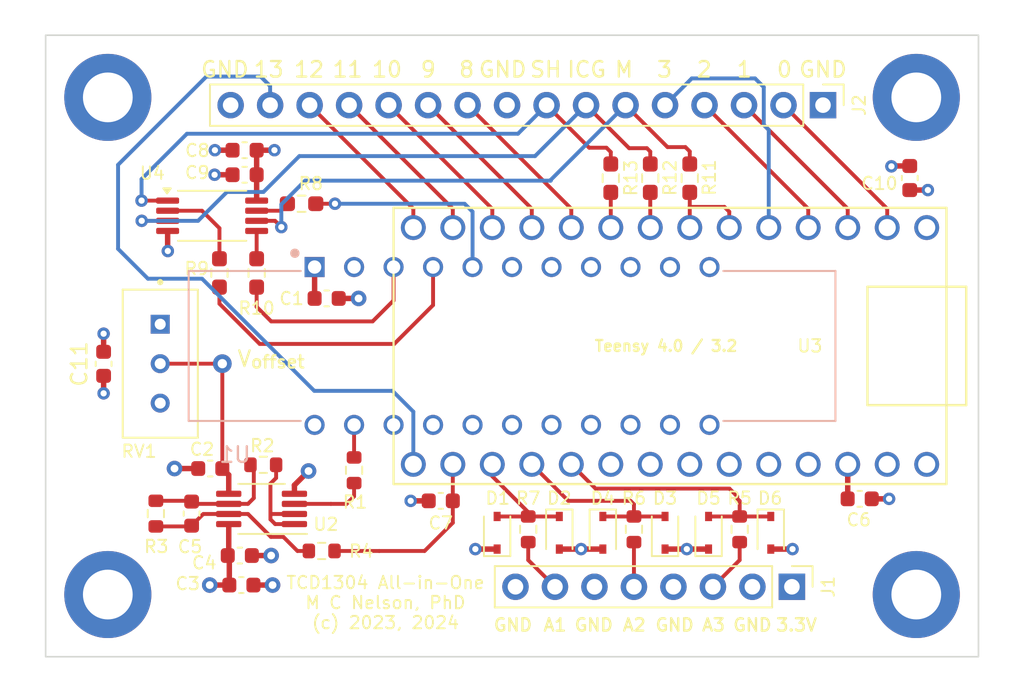
<source format=kicad_pcb>
(kicad_pcb (version 20240108) (generator "pcbnew") (generator_version "8.0")
  (layers (0 "F.Cu" signal) (1 "In1.Cu" signal) (2 "In2.Cu" signal) (31 "B.Cu" signal) (34 "B.Paste" user) (35 "F.Paste" user) (36 "B.SilkS" user "B.Silkscreen") (37 "F.SilkS" user "F.Silkscreen") (38 "B.Mask" user) (39 "F.Mask" user) (44 "Edge.Cuts" user))
  (net 0 "")
  (net 1 "+3.3V")
  (net 2 "Earth")
  (net 3 "Net-(U2-+IN2)")
  (net 4 "Net-(U2-OUT2)")
  (net 5 "Net-(U2--IN2)")
  (net 6 "Net-(U3-14_A0_TX3_SPDIF_OUT)")
  (net 7 "Net-(D1-A)")
  (net 8 "Net-(D3-A)")
  (net 9 "Net-(D5-A)")
  (net 10 "Net-(J1-Pin_5)")
  (net 11 "Net-(J1-Pin_7)")
  (net 12 "Net-(J1-Pin_3)")
  (net 13 "Net-(J2-Pin_7)")
  (net 14 "Net-(J2-Pin_6)")
  (net 15 "Net-(J2-Pin_5)")
  (net 16 "Net-(J2-Pin_15)")
  (net 17 "Net-(J2-Pin_4)")
  (net 18 "Net-(J2-Pin_10)")
  (net 19 "Net-(J2-Pin_3)")
  (net 20 "Net-(J2-Pin_11)")
  (net 21 "Net-(J2-Pin_8)")
  (net 22 "Net-(J2-Pin_14)")
  (net 23 "Net-(J2-Pin_13)")
  (net 24 "Net-(J2-Pin_12)")
  (net 25 "Net-(J2-Pin_2)")
  (net 26 "Net-(U1-OS)")
  (net 27 "Net-(U2-+IN1)")
  (net 28 "Net-(U2--IN1)")
  (net 29 "Net-(R8-Pad1)")
  (net 30 "Net-(R9-Pad1)")
  (net 31 "Net-(R10-Pad1)")
  (net 32 "Net-(U3-4_BCLK2)")
  (net 33 "Net-(U3-6_OUT1D)")
  (net 34 "Net-(U3-7_RX2_OUT1A)")
  (net 42 "Net-(U1-SH)")
  (net 43 "Net-(U1-M)")
  (net 44 "Net-(U1-ICG)")
  (footprint "Diode_SMD:D_SOD-323" (layer "F.Cu") (at 149.04 112.025 90)
    (property "Reference" "D1" (at 2.225 0.04 180) (layer "F.SilkS") (effects (font (size 0.8 0.8) (thickness 0.12))))
    (property "Value" "D_Schottky" (hide yes))
    (pad "1" smd rect (at -1.05 0 90) (size 0.6 0.45) (layers "F.Cu" "F.Paste" "F.Mask") (net 1 "+3.3V"))
    (pad "2" smd rect (at 1.05 0 90) (size 0.6 0.45) (layers "F.Cu" "F.Paste" "F.Mask") (net 7 "Net-(D1-A)"))
  )
  (footprint "Diode_SMD:D_SOD-323" (layer "F.Cu") (at 162.64 112.025 90)
    (property "Reference" "D5" (at 2.225 0 180) (layer "F.SilkS") (effects (font (size 0.8 0.8) (thickness 0.12))))
    (property "Value" "D_Schottky")
    (pad "1" smd rect (at -1.05 0 90) (size 0.6 0.45) (layers "F.Cu" "F.Paste" "F.Mask") (net 1 "+3.3V"))
    (pad "2" smd rect (at 1.05 0 90) (size 0.6 0.45) (layers "F.Cu" "F.Paste" "F.Mask") (net 9 "Net-(D5-A)"))
  )
  (footprint "Resistor_SMD:R_0603_1608Metric_Pad0.98x0.95mm_HandSolder" (layer "F.Cu") (at 133.5725 95.3 -90)
    (property "Reference" "R10" (at 2.27 0.0025 180) (layer "F.SilkS") (effects (font (size 0.8 0.8) (thickness 0.12))))
    (property "Value" "150")
    (pad "1" smd roundrect (at -0.9125 0 270) (size 0.975 0.95) (layers "F.Cu" "F.Paste" "F.Mask") (net 31 "Net-(R10-Pad1)"))
    (pad "2" smd roundrect (at 0.9125 0 270) (size 0.975 0.95) (layers "F.Cu" "F.Paste" "F.Mask") (net 44 "Net-(U1-ICG)"))
  )
  (footprint "Resistor_SMD:R_0603_1608Metric" (layer "F.Cu") (at 164.64 111.8 90)
    (property "Reference" "R5" (at 2 0 180) (layer "F.SilkS") (effects (font (size 0.8 0.8) (thickness 0.12))))
    (property "Value" "300R")
    (pad "1" smd roundrect (at -0.825 0 90) (size 0.8 0.95) (layers "F.Cu" "F.Paste" "F.Mask") (net 12 "Net-(J1-Pin_3)"))
    (pad "2" smd roundrect (at 0.825 0 90) (size 0.8 0.95) (layers "F.Cu" "F.Paste" "F.Mask") (net 9 "Net-(D5-A)"))
  )
  (footprint "Capacitor_SMD:C_0603_1608Metric" (layer "F.Cu") (at 145.415 109.97 180)
    (property "Reference" "C7" (at 0 -1.43 0) (layer "F.SilkS") (effects (font (size 0.8 0.8) (thickness 0.12))))
    (property "Value" "68p")
    (pad "1" smd roundrect (at -0.775 0 180) (size 0.9 0.95) (layers "F.Cu" "F.Paste" "F.Mask") (net 6 "Net-(U3-14_A0_TX3_SPDIF_OUT)"))
    (pad "2" smd roundrect (at 0.775 0 180) (size 0.9 0.95) (layers "F.Cu" "F.Paste" "F.Mask") (net 2 "Earth"))
  )
  (footprint "MountingHole:MountingHole_3.2mm_M3_DIN965_Pad" (layer "F.Cu") (at 124 116)
    (property "Reference" "H3" (hide yes))
    (property "Value" "MountingHole_Pad")
    (pad "1" thru_hole circle (at 0 0) (size 5.6 5.6) (drill 3.2) (layers "*.Cu" "*.Mask") (net 2 "Earth"))
  )
  (footprint "Resistor_SMD:R_0603_1608Metric_Pad0.98x0.95mm_HandSolder" (layer "F.Cu") (at 156.35 89.2 -90)
    (property "Reference" "R13" (at -0.01 -1.29 90) (layer "F.SilkS") (effects (font (size 0.8 0.8) (thickness 0.12))))
    (property "Value" "50")
    (pad "1" smd roundrect (at -0.9125 0 270) (size 0.975 0.95) (layers "F.Cu" "F.Paste" "F.Mask") (net 21 "Net-(J2-Pin_8)"))
    (pad "2" smd roundrect (at 0.9125 0 270) (size 0.975 0.95) (layers "F.Cu" "F.Paste" "F.Mask") (net 34 "Net-(U3-7_RX2_OUT1A)"))
  )
  (footprint "Capacitor_SMD:C_0603_1608Metric" (layer "F.Cu") (at 172.36 109.84)
    (property "Reference" "C6" (at -0.06 1.35 0) (layer "F.SilkS") (effects (font (size 0.8 0.8) (thickness 0.12))))
    (property "Value" "10uF")
    (pad "1" smd roundrect (at -0.775 0) (size 0.9 0.95) (layers "F.Cu" "F.Paste" "F.Mask") (net 1 "+3.3V"))
    (pad "2" smd roundrect (at 0.775 0) (size 0.9 0.95) (layers "F.Cu" "F.Paste" "F.Mask") (net 2 "Earth"))
  )
  (footprint "Resistor_SMD:R_0603_1608Metric" (layer "F.Cu") (at 151.04 111.8 90)
    (property "Reference" "R7" (at 2 0 180) (layer "F.SilkS") (effects (font (size 0.8 0.8) (thickness 0.12))))
    (property "Value" "300R" (hide yes))
    (pad "1" smd roundrect (at -0.825 0 90) (size 0.8 0.95) (layers "F.Cu" "F.Paste" "F.Mask") (net 11 "Net-(J1-Pin_7)"))
    (pad "2" smd roundrect (at 0.825 0 90) (size 0.8 0.95) (layers "F.Cu" "F.Paste" "F.Mask") (net 7 "Net-(D1-A)"))
  )
  (footprint "Resistor_SMD:R_0603_1608Metric_Pad0.98x0.95mm_HandSolder" (layer "F.Cu") (at 158.89 89.2 -90)
    (property "Reference" "R12" (at -0.0225 -1.27 90) (layer "F.SilkS") (effects (font (size 0.8 0.8) (thickness 0.12))))
    (property "Value" "50")
    (pad "1" smd roundrect (at -0.9125 0 270) (size 0.975 0.95) (layers "F.Cu" "F.Paste" "F.Mask") (net 13 "Net-(J2-Pin_7)"))
    (pad "2" smd roundrect (at 0.9125 0 270) (size 0.975 0.95) (layers "F.Cu" "F.Paste" "F.Mask") (net 33 "Net-(U3-6_OUT1D)"))
  )
  (footprint "MountingHole:MountingHole_3.2mm_M3_DIN965_Pad" (layer "F.Cu") (at 124 84)
    (property "Reference" "H2" (hide yes))
    (property "Value" "MountingHole_Pad")
    (pad "1" thru_hole circle (at 0 0) (size 5.6 5.6) (drill 3.2) (layers "*.Cu" "*.Mask") (net 2 "Earth"))
  )
  (footprint "BournsTrimPot_3296W-1-502LF:TRIM_3296W-1-502LF" (layer "F.Cu") (at 127.37 101.14 -90)
    (property "Reference" "RV1" (at 5.64 1.36 0) (layer "F.SilkS") (effects (font (size 0.8 0.8) (thickness 0.12))))
    (property "Value" "10K")
    (pad "1" thru_hole rect (at -2.54 0 270) (size 1.218 1.218) (drill 0.71) (layers "*.Cu" "*.Mask") (net 1 "+3.3V"))
    (pad "2" thru_hole circle (at 0 0 270) (size 1.218 1.218) (drill 0.71) (layers "*.Cu" "*.Mask") (net 3 "Net-(U2-+IN2)"))
    (pad "3" thru_hole circle (at 2.54 0 270) (size 1.218 1.218) (drill 0.71) (layers "*.Cu" "*.Mask") (net 2 "Earth"))
  )
  (footprint "Resistor_SMD:R_0603_1608Metric" (layer "F.Cu") (at 137.75625 113.195)
    (property "Reference" "R4" (at 2.54375 0.015 180) (layer "F.SilkS") (effects (font (size 0.8 0.8) (thickness 0.12))))
    (property "Value" "100R")
    (pad "1" smd roundrect (at -0.825 0) (size 0.8 0.95) (layers "F.Cu" "F.Paste" "F.Mask") (net 4 "Net-(U2-OUT2)"))
    (pad "2" smd roundrect (at 0.825 0) (size 0.8 0.95) (layers "F.Cu" "F.Paste" "F.Mask") (net 6 "Net-(U3-14_A0_TX3_SPDIF_OUT)"))
  )
  (footprint "teensy_footprints:Teensy40" (layer "F.Cu") (at 160.16 100 180)
    (property "Reference" "U3" (at -9 0 0) (layer "F.SilkS") (effects (font (size 0.8 0.8) (thickness 0.12))))
    (property "Value" "Teensy4.0")
    (fp_text user "Teensy 4.0 / 3.2" (at 0.254 0 180) (layer "F.SilkS") (effects (font (size 0.7 0.7))))
    (pad "1" thru_hole circle (at -16.51 7.62 180) (size 1.6 1.6) (drill 1.1) (layers "*.Cu" "*.Mask") (net 2 "Earth"))
    (pad "2" thru_hole circle (at -13.97 7.62 180) (size 1.6 1.6) (drill 1.1) (layers "*.Cu" "*.Mask") (net 25 "Net-(J2-Pin_2)"))
    (pad "3" thru_hole circle (at -11.43 7.62 180) (size 1.6 1.6) (drill 1.1) (layers "*.Cu" "*.Mask") (net 19 "Net-(J2-Pin_3)"))
    (pad "4" thru_hole circle (at -8.89 7.62 180) (size 1.6 1.6) (drill 1.1) (layers "*.Cu" "*.Mask") (net 17 "Net-(J2-Pin_4)"))
    (pad "5" thru_hole circle (at -6.35 7.62 180) (size 1.6 1.6) (drill 1.1) (layers "*.Cu" "*.Mask") (net 15 "Net-(J2-Pin_5)"))
    (pad "6" thru_hole circle (at -3.81 7.62 180) (size 1.6 1.6) (drill 1.1) (layers "*.Cu" "*.Mask") (net 32 "Net-(U3-4_BCLK2)"))
    (pad "7" thru_hole circle (at -1.27 7.62 180) (size 1.6 1.6) (drill 1.1) (layers "*.Cu" "*.Mask") (net 32 "Net-(U3-4_BCLK2)"))
    (pad "8" thru_hole circle (at 1.27 7.62 180) (size 1.6 1.6) (drill 1.1) (layers "*.Cu" "*.Mask") (net 33 "Net-(U3-6_OUT1D)"))
    (pad "9" thru_hole circle (at 3.81 7.62 180) (size 1.6 1.6) (drill 1.1) (layers "*.Cu" "*.Mask") (net 34 "Net-(U3-7_RX2_OUT1A)"))
    (pad "10" thru_hole circle (at 6.35 7.62 180) (size 1.6 1.6) (drill 1.1) (layers "*.Cu" "*.Mask") (net 18 "Net-(J2-Pin_10)"))
    (pad "11" thru_hole circle (at 8.89 7.62 180) (size 1.6 1.6) (drill 1.1) (layers "*.Cu" "*.Mask") (net 20 "Net-(J2-Pin_11)"))
    (pad "12" thru_hole circle (at 11.43 7.62 180) (size 1.6 1.6) (drill 1.1) (layers "*.Cu" "*.Mask") (net 24 "Net-(J2-Pin_12)"))
    (pad "13" thru_hole circle (at 13.97 7.62 180) (size 1.6 1.6) (drill 1.1) (layers "*.Cu" "*.Mask") (net 23 "Net-(J2-Pin_13)"))
    (pad "14" thru_hole circle (at 16.51 7.62 180) (size 1.6 1.6) (drill 1.1) (layers "*.Cu" "*.Mask") (net 22 "Net-(J2-Pin_14)"))
    (pad "20" thru_hole circle (at 16.51 -7.62 180) (size 1.6 1.6) (drill 1.1) (layers "*.Cu" "*.Mask") (net 16 "Net-(J2-Pin_15)"))
    (pad "21" thru_hole circle (at 13.97 -7.62 180) (size 1.6 1.6) (drill 1.1) (layers "*.Cu" "*.Mask") (net 6 "Net-(U3-14_A0_TX3_SPDIF_OUT)"))
    (pad "22" thru_hole circle (at 11.43 -7.62 180) (size 1.6 1.6) (drill 1.1) (layers "*.Cu" "*.Mask") (net 7 "Net-(D1-A)"))
    (pad "23" thru_hole circle (at 8.89 -7.62 180) (size 1.6 1.6) (drill 1.1) (layers "*.Cu" "*.Mask") (net 8 "Net-(D3-A)"))
    (pad "24" thru_hole circle (at 6.35 -7.62 180) (size 1.6 1.6) (drill 1.1) (layers "*.Cu" "*.Mask") (net 9 "Net-(D5-A)"))
    (pad "25" thru_hole circle (at 3.81 -7.62 180) (size 1.6 1.6) (drill 1.1) (layers "*.Cu" "*.Mask"))
    (pad "26" thru_hole circle (at 1.27 -7.62 180) (size 1.6 1.6) (drill 1.1) (layers "*.Cu" "*.Mask"))
    (pad "27" thru_hole circle (at -1.27 -7.62 180) (size 1.6 1.6) (drill 1.1) (layers "*.Cu" "*.Mask"))
    (pad "28" thru_hole circle (at -3.81 -7.62 180) (size 1.6 1.6) (drill 1.1) (layers "*.Cu" "*.Mask"))
    (pad "29" thru_hole circle (at -6.35 -7.62 180) (size 1.6 1.6) (drill 1.1) (layers "*.Cu" "*.Mask"))
    (pad "30" thru_hole circle (at -8.89 -7.62 180) (size 1.6 1.6) (drill 1.1) (layers "*.Cu" "*.Mask"))
    (pad "31" thru_hole circle (at -11.43 -7.62 180) (size 1.6 1.6) (drill 1.1) (layers "*.Cu" "*.Mask") (net 1 "+3.3V"))
    (pad "32" thru_hole circle (at -13.97 -7.62 180) (size 1.6 1.6) (drill 1.1) (layers "*.Cu" "*.Mask") (net 2 "Earth"))
    (pad "33" thru_hole circle (at -16.51 -7.62 180) (size 1.6 1.6) (drill 1.1) (layers "*.Cu" "*.Mask"))
  )
  (footprint "MountingHole:MountingHole_3.2mm_M3_DIN965_Pad" (layer "F.Cu") (at 176 84)
    (property "Reference" "H1" (hide yes))
    (property "Value" "MountingHole_Pad")
    (pad "1" thru_hole circle (at 0 0) (size 5.6 5.6) (drill 3.2) (layers "*.Cu" "*.Mask") (net 2 "Earth"))
  )
  (footprint "Package_SO:MSOP-8_3x3mm_P0.65mm" (layer "F.Cu") (at 133.89 110.49 180)
    (property "Reference" "U2" (at -4.14 -0.99 0) (layer "F.SilkS") (effects (font (size 0.8 0.8) (thickness 0.12))))
    (property "Value" "ADA4807-2ARMZ-R7")
    (pad "1" smd roundrect (at -2.1125 -0.975 180) (size 1.625 0.4) (layers "F.Cu" "F.Paste" "F.Mask") (net 28 "Net-(U2--IN1)"))
    (pad "2" smd roundrect (at -2.1125 -0.325 180) (size 1.625 0.4) (layers "F.Cu" "F.Paste" "F.Mask") (net 28 "Net-(U2--IN1)"))
    (pad "3" smd roundrect (at -2.1125 0.325 180) (size 1.625 0.4) (layers "F.Cu" "F.Paste" "F.Mask") (net 27 "Net-(U2-+IN1)"))
    (pad "4" smd roundrect (at -2.1125 0.975 180) (size 1.625 0.4) (layers "F.Cu" "F.Paste" "F.Mask") (net 2 "Earth"))
    (pad "5" smd roundrect (at 2.1125 0.975 180) (size 1.625 0.4) (layers "F.Cu" "F.Paste" "F.Mask") (net 3 "Net-(U2-+IN2)"))
    (pad "6" smd roundrect (at 2.1125 0.325 180) (size 1.625 0.4) (layers "F.Cu" "F.Paste" "F.Mask") (net 5 "Net-(U2--IN2)"))
    (pad "7" smd roundrect (at 2.1125 -0.325 180) (size 1.625 0.4) (layers "F.Cu" "F.Paste" "F.Mask") (net 4 "Net-(U2-OUT2)"))
    (pad "8" smd roundrect (at 2.1125 -0.975 180) (size 1.625 0.4) (layers "F.Cu" "F.Paste" "F.Mask") (net 1 "+3.3V"))
  )
  (footprint "Capacitor_SMD:C_0603_1608Metric" (layer "F.Cu") (at 123.73 101.15 -90)
    (property "Reference" "C11" (at 0.01 1.565 90) (layer "F.SilkS"))
    (property "Value" "10uF")
    (pad "1" smd roundrect (at -0.775 0 270) (size 0.9 0.95) (layers "F.Cu" "F.Paste" "F.Mask") (net 1 "+3.3V"))
    (pad "2" smd roundrect (at 0.775 0 270) (size 0.9 0.95) (layers "F.Cu" "F.Paste" "F.Mask") (net 2 "Earth"))
  )
  (footprint "Connector_PinHeader_2.54mm:PinHeader_1x08_P2.54mm_Vertical" (layer "F.Cu") (at 168 115.5 -90)
    (property "Reference" "J1" (at 0 -2.33 90) (layer "F.SilkS") (effects (font (size 0.8 0.8) (thickness 0.12))))
    (property "Value" "Conn_01x08_Male")
    (pad "1" thru_hole rect (at 0 0 270) (size 1.7 1.7) (drill 1) (layers "*.Cu" "*.Mask") (net 1 "+3.3V"))
    (pad "2" thru_hole oval (at 0 2.54 270) (size 1.7 1.7) (drill 1) (layers "*.Cu" "*.Mask") (net 2 "Earth"))
    (pad "3" thru_hole oval (at 0 5.08 270) (size 1.7 1.7) (drill 1) (layers "*.Cu" "*.Mask") (net 12 "Net-(J1-Pin_3)"))
    (pad "4" thru_hole oval (at 0 7.62 270) (size 1.7 1.7) (drill 1) (layers "*.Cu" "*.Mask") (net 2 "Earth"))
    (pad "5" thru_hole oval (at 0 10.16 270) (size 1.7 1.7) (drill 1) (layers "*.Cu" "*.Mask") (net 10 "Net-(J1-Pin_5)"))
    (pad "6" thru_hole oval (at 0 12.7 270) (size 1.7 1.7) (drill 1) (layers "*.Cu" "*.Mask") (net 2 "Earth"))
    (pad "7" thru_hole oval (at 0 15.24 270) (size 1.7 1.7) (drill 1) (layers "*.Cu" "*.Mask") (net 11 "Net-(J1-Pin_7)"))
    (pad "8" thru_hole oval (at 0 17.78 270) (size 1.7 1.7) (drill 1) (layers "*.Cu" "*.Mask") (net 2 "Earth"))
  )
  (footprint "Resistor_SMD:R_0603_1608Metric_Pad0.98x0.95mm_HandSolder" (layer "F.Cu") (at 131.18 95.3 -90)
    (property "Reference" "R9" (at -0.28 1.46 180) (layer "F.SilkS") (effects (font (size 0.8 0.8) (thickness 0.12))))
    (property "Value" "150")
    (pad "1" smd roundrect (at -0.9125 0 270) (size 0.975 0.95) (layers "F.Cu" "F.Paste" "F.Mask") (net 30 "Net-(R9-Pad1)"))
    (pad "2" smd roundrect (at 0.9125 0 270) (size 0.975 0.95) (layers "F.Cu" "F.Paste" "F.Mask") (net 43 "Net-(U1-M)"))
  )
  (footprint "Diode_SMD:D_SOD-323" (layer "F.Cu") (at 166.64 112.025 -90)
    (property "Reference" "D6" (at -2.225 0.04 0) (layer "F.SilkS") (effects (font (size 0.8 0.8) (thickness 0.12))))
    (property "Value" "D_Schottky")
    (pad "1" smd rect (at -1.05 0 270) (size 0.6 0.45) (layers "F.Cu" "F.Paste" "F.Mask") (net 9 "Net-(D5-A)"))
    (pad "2" smd rect (at 1.05 0 270) (size 0.6 0.45) (layers "F.Cu" "F.Paste" "F.Mask") (net 2 "Earth"))
  )
  (footprint "Capacitor_SMD:C_0603_1608Metric" (layer "F.Cu") (at 138.075 96.94)
    (property "Reference" "C1" (at -2.255 0.01 0) (layer "F.SilkS") (effects (font (size 0.8 0.8) (thickness 0.12))))
    (property "Value" "10uF")
    (pad "1" smd roundrect (at -0.775 0) (size 0.9 0.95) (layers "F.Cu" "F.Paste" "F.Mask") (net 1 "+3.3V"))
    (pad "2" smd roundrect (at 0.775 0) (size 0.9 0.95) (layers "F.Cu" "F.Paste" "F.Mask") (net 2 "Earth"))
  )
  (footprint "Diode_SMD:D_SOD-323" (layer "F.Cu") (at 153.04 112.025 -90)
    (property "Reference" "D2" (at -2.225 0 0) (layer "F.SilkS") (effects (font (size 0.8 0.8) (thickness 0.12))))
    (property "Value" "D_Schottky" (hide yes))
    (pad "1" smd rect (at -1.05 0 270) (size 0.6 0.45) (layers "F.Cu" "F.Paste" "F.Mask") (net 7 "Net-(D1-A)"))
    (pad "2" smd rect (at 1.05 0 270) (size 0.6 0.45) (layers "F.Cu" "F.Paste" "F.Mask") (net 2 "Earth"))
  )
  (footprint "Diode_SMD:D_SOD-323" (layer "F.Cu") (at 155.84 112.025 -90)
    (property "Reference" "D4" (at -2.225 0 0) (layer "F.SilkS") (effects (font (size 0.8 0.8) (thickness 0.12))))
    (property "Value" "D_Schottky")
    (pad "1" smd rect (at -1.05 0 270) (size 0.6 0.45) (layers "F.Cu" "F.Paste" "F.Mask") (net 8 "Net-(D3-A)"))
    (pad "2" smd rect (at 1.05 0 270) (size 0.6 0.45) (layers "F.Cu" "F.Paste" "F.Mask") (net 2 "Earth"))
  )
  (footprint "Resistor_SMD:R_0603_1608Metric" (layer "F.Cu") (at 134 107.65 180)
    (property "Reference" "R2" (at 0.06 1.23 0) (layer "F.SilkS") (effects (font (size 0.8 0.8) (thickness 0.12))))
    (property "Value" "499R")
    (pad "1" smd roundrect (at -0.825 0 180) (size 0.8 0.95) (layers "F.Cu" "F.Paste" "F.Mask") (net 28 "Net-(U2--IN1)"))
    (pad "2" smd roundrect (at 0.825 0 180) (size 0.8 0.95) (layers "F.Cu" "F.Paste" "F.Mask") (net 5 "Net-(U2--IN2)"))
  )
  (footprint "Capacitor_SMD:C_0603_1608Metric" (layer "F.Cu") (at 129.39 110.79 90)
    (property "Reference" "C5" (at -2.13 -0.1 180) (layer "F.SilkS") (effects (font (size 0.8 0.8) (thickness 0.12))))
    (property "Value" "2p")
    (pad "1" smd roundrect (at -0.775 0 90) (size 0.9 0.95) (layers "F.Cu" "F.Paste" "F.Mask") (net 4 "Net-(U2-OUT2)"))
    (pad "2" smd roundrect (at 0.775 0 90) (size 0.9 0.95) (layers "F.Cu" "F.Paste" "F.Mask") (net 5 "Net-(U2--IN2)"))
  )
  (footprint "Diode_SMD:D_SOD-323" (layer "F.Cu") (at 159.84 112.025 90)
    (property "Reference" "D3" (at 2.225 0 180) (layer "F.SilkS") (effects (font (size 0.8 0.8) (thickness 0.12))))
    (property "Value" "D_Schottky")
    (pad "1" smd rect (at -1.05 0 90) (size 0.6 0.45) (layers "F.Cu" "F.Paste" "F.Mask") (net 1 "+3.3V"))
    (pad "2" smd rect (at 1.05 0 90) (size 0.6 0.45) (layers "F.Cu" "F.Paste" "F.Mask") (net 8 "Net-(D3-A)"))
  )
  (footprint "Capacitor_SMD:C_0603_1608Metric" (layer "F.Cu") (at 132.49 113.49)
    (property "Reference" "C4" (at -2.29 0.47 0) (layer "F.SilkS") (effects (font (size 0.8 0.8) (thickness 0.12))))
    (property "Value" "0.1uF")
    (pad "1" smd roundrect (at -0.775 0) (size 0.9 0.95) (layers "F.Cu" "F.Paste" "F.Mask") (net 1 "+3.3V"))
    (pad "2" smd roundrect (at 0.775 0) (size 0.9 0.95) (layers "F.Cu" "F.Paste" "F.Mask") (net 2 "Earth"))
  )
  (footprint "Capacitor_SMD:C_0603_1608Metric" (layer "F.Cu") (at 130.59 107.89 180)
    (property "Reference" "C2" (at 0.53 1.24 0) (layer "F.SilkS") (effects (font (size 0.8 0.8) (thickness 0.12))))
    (property "Value" "0.1uF")
    (pad "1" smd roundrect (at -0.775 0 180) (size 0.9 0.95) (layers "F.Cu" "F.Paste" "F.Mask") (net 3 "Net-(U2-+IN2)"))
    (pad "2" smd roundrect (at 0.775 0 180) (size 0.9 0.95) (layers "F.Cu" "F.Paste" "F.Mask") (net 2 "Earth"))
  )
  (footprint "Resistor_SMD:R_0603_1608Metric" (layer "F.Cu") (at 127.09 110.79 90)
    (property "Reference" "R3" (at -2.12 0.03 180) (layer "F.SilkS") (effects (font (size 0.8 0.8) (thickness 0.12))))
    (property "Value" "2.49K")
    (pad "1" smd roundrect (at -0.825 0 90) (size 0.8 0.95) (layers "F.Cu" "F.Paste" "F.Mask") (net 4 "Net-(U2-OUT2)"))
    (pad "2" smd roundrect (at 0.825 0 90) (size 0.8 0.95) (layers "F.Cu" "F.Paste" "F.Mask") (net 5 "Net-(U2--IN2)"))
  )
  (footprint "Resistor_SMD:R_0603_1608Metric_Pad0.98x0.95mm_HandSolder" (layer "F.Cu") (at 161.43 89.2 -90)
    (property "Reference" "R11" (at -0.04 -1.26 90) (layer "F.SilkS") (effects (font (size 0.8 0.8) (thickness 0.12))))
    (property "Value" "50")
    (pad "1" smd roundrect (at -0.9125 0 270) (size 0.975 0.95) (layers "F.Cu" "F.Paste" "F.Mask") (net 14 "Net-(J2-Pin_6)"))
    (pad "2" smd roundrect (at 0.9125 0 270) (size 0.975 0.95) (layers "F.Cu" "F.Paste" "F.Mask") (net 32 "Net-(U3-4_BCLK2)"))
  )
  (footprint "Resistor_SMD:R_0603_1608Metric" (layer "F.Cu") (at 157.84 111.8 90)
    (property "Reference" "R6" (at 2 0 180) (layer "F.SilkS") (effects (font (size 0.8 0.8) (thickness 0.12))))
    (property "Value" "300R")
    (pad "1" smd roundrect (at -0.825 0 90) (size 0.8 0.95) (layers "F.Cu" "F.Paste" "F.Mask") (net 10 "Net-(J1-Pin_5)"))
    (pad "2" smd roundrect (at 0.825 0 90) (size 0.8 0.95) (layers "F.Cu" "F.Paste" "F.Mask") (net 8 "Net-(D3-A)"))
  )
  (footprint "Resistor_SMD:R_0603_1608Metric_Pad0.98x0.95mm_HandSolder" (layer "F.Cu") (at 136.4625 90.845)
    (property "Reference" "R8" (at 0.5975 -1.295 0) (layer "F.SilkS") (effects (font (size 0.8 0.8) (thickness 0.12))))
    (property "Value" "150")
    (pad "1" smd roundrect (at -0.9125 0) (size 0.975 0.95) (layers "F.Cu" "F.Paste" "F.Mask") (net 29 "Net-(R8-Pad1)"))
    (pad "2" smd roundrect (at 0.9125 0) (size 0.975 0.95) (layers "F.Cu" "F.Paste" "F.Mask") (net 42 "Net-(U1-SH)"))
  )
  (footprint "Resistor_SMD:R_0603_1608Metric" (layer "F.Cu") (at 139.84 108 -90)
    (property "Reference" "R1" (at 2.05 -0.06 180) (layer "F.SilkS") (effects (font (size 0.8 0.8) (thickness 0.12))))
    (property "Value" "100R")
    (pad "1" smd roundrect (at -0.825 0 270) (size 0.8 0.95) (layers "F.Cu" "F.Paste" "F.Mask") (net 26 "Net-(U1-OS)"))
    (pad "2" smd roundrect (at 0.825 0 270) (size 0.8 0.95) (layers "F.Cu" "F.Paste" "F.Mask") (net 27 "Net-(U2-+IN1)"))
  )
  (footprint "Capacitor_SMD:C_0603_1608Metric" (layer "F.Cu") (at 175.58 89.19 -90)
    (property "Reference" "C10" (at 0.35 1.95 180) (layer "F.SilkS") (effects (font (size 0.8 0.8) (thickness 0.12))))
    (property "Value" "10uF")
    (pad "1" smd roundrect (at -0.775 0 270) (size 0.9 0.95) (layers "F.Cu" "F.Paste" "F.Mask") (net 1 "+3.3V"))
    (pad "2" smd roundrect (at 0.775 0 270) (size 0.9 0.95) (layers "F.Cu" "F.Paste" "F.Mask") (net 2 "Earth"))
  )
  (footprint "Connector_PinHeader_2.54mm:PinHeader_1x16_P2.54mm_Vertical" (layer "F.Cu") (at 170 84.5 -90)
    (property "Reference" "J2" (at 0 -2.33 90) (layer "F.SilkS") (effects (font (size 0.8 0.8) (thickness 0.12))))
    (property "Value" "Conn_01x16_Male")
    (pad "1" thru_hole rect (at 0 0 270) (size 1.7 1.7) (drill 1) (layers "*.Cu" "*.Mask") (net 2 "Earth"))
    (pad "2" thru_hole oval (at 0 2.54 270) (size 1.7 1.7) (drill 1) (layers "*.Cu" "*.Mask") (net 25 "Net-(J2-Pin_2)"))
    (pad "3" thru_hole oval (at 0 5.08 270) (size 1.7 1.7) (drill 1) (layers "*.Cu" "*.Mask") (net 19 "Net-(J2-Pin_3)"))
    (pad "4" thru_hole oval (at 0 7.62 270) (size 1.7 1.7) (drill 1) (layers "*.Cu" "*.Mask") (net 17 "Net-(J2-Pin_4)"))
    (pad "5" thru_hole oval (at 0 10.16 270) (size 1.7 1.7) (drill 1) (layers "*.Cu" "*.Mask") (net 15 "Net-(J2-Pin_5)"))
    (pad "6" thru_hole oval (at 0 12.7 270) (size 1.7 1.7) (drill 1) (layers "*.Cu" "*.Mask") (net 14 "Net-(J2-Pin_6)"))
    (pad "7" thru_hole oval (at 0 15.24 270) (size 1.7 1.7) (drill 1) (layers "*.Cu" "*.Mask") (net 13 "Net-(J2-Pin_7)"))
    (pad "8" thru_hole oval (at 0 17.78 270) (size 1.7 1.7) (drill 1) (layers "*.Cu" "*.Mask") (net 21 "Net-(J2-Pin_8)"))
    (pad "9" thru_hole oval (at 0 20.32 270) (size 1.7 1.7) (drill 1) (layers "*.Cu" "*.Mask") (net 2 "Earth"))
    (pad "10" thru_hole oval (at 0 22.86 270) (size 1.7 1.7) (drill 1) (layers "*.Cu" "*.Mask") (net 18 "Net-(J2-Pin_10)"))
    (pad "11" thru_hole oval (at 0 25.4 270) (size 1.7 1.7) (drill 1) (layers "*.Cu" "*.Mask") (net 20 "Net-(J2-Pin_11)"))
    (pad "12" thru_hole oval (at 0 27.94 270) (size 1.7 1.7) (drill 1) (layers "*.Cu" "*.Mask") (net 24 "Net-(J2-Pin_12)"))
    (pad "13" thru_hole oval (at 0 30.48 270) (size 1.7 1.7) (drill 1) (layers "*.Cu" "*.Mask") (net 23 "Net-(J2-Pin_13)"))
    (pad "14" thru_hole oval (at 0 33.02 270) (size 1.7 1.7) (drill 1) (layers "*.Cu" "*.Mask") (net 22 "Net-(J2-Pin_14)"))
    (pad "15" thru_hole oval (at 0 35.56 270) (size 1.7 1.7) (drill 1) (layers "*.Cu" "*.Mask") (net 16 "Net-(J2-Pin_15)"))
    (pad "16" thru_hole oval (at 0 38.1 270) (size 1.7 1.7) (drill 1) (layers "*.Cu" "*.Mask") (net 2 "Earth"))
  )
  (footprint "MountingHole:MountingHole_3.2mm_M3_DIN965_Pad" (layer "F.Cu") (at 176 116)
    (property "Reference" "H4" (hide yes))
    (property "Value" "MountingHole_Pad")
    (pad "1" thru_hole circle (at 0 0) (size 5.6 5.6) (drill 3.2) (layers "*.Cu" "*.Mask") (net 2 "Earth"))
  )
  (footprint "Capacitor_SMD:C_0603_1608Metric" (layer "F.Cu") (at 132.7975 88.98 180)
    (property "Reference" "C9" (at 3.0475 0.14 0) (layer "F.SilkS") (effects (font (size 0.8 0.8) (thickness 0.12))))
    (property "Value" "0.1uF")
    (pad "1" smd roundrect (at -0.775 0 180) (size 0.9 0.95) (layers "F.Cu" "F.Paste" "F.Mask") (net 1 "+3.3V"))
    (pad "2" smd roundrect (at 0.775 0 180) (size 0.9 0.95) (layers "F.Cu" "F.Paste" "F.Mask") (net 2 "Earth"))
  )
  (footprint "Capacitor_SMD:C_0603_1608Metric" (layer "F.Cu") (at 132.59 115.39)
    (property "Reference" "C3" (at -3.45 -0.09 0) (layer "F.SilkS") (effects (font (size 0.8 0.8) (thickness 0.12))))
    (property "Value" "10uF")
    (pad "1" smd roundrect (at -0.775 0) (size 0.9 0.95) (layers "F.Cu" "F.Paste" "F.Mask") (net 1 "+3.3V"))
    (pad "2" smd roundrect (at 0.775 0) (size 0.9 0.95) (layers "F.Cu" "F.Paste" "F.Mask") (net 2 "Earth"))
  )
  (footprint "Package_SO:TSSOP-8_4.4x3mm_P0.65mm" (layer "F.Cu") (at 130.71 91.62)
    (property "Reference" "U4" (at -3.85 -2.74 0) (layer "F.SilkS") (effects (font (size 0.8 0.8) (thickness 0.12))))
    (property "Value" "74LVC3G34")
    (pad "1" smd roundrect (at -2.8625 -0.975) (size 1.475 0.4) (layers "F.Cu" "F.Paste" "F.Mask") (net 21 "Net-(J2-Pin_8)"))
    (pad "2" smd roundrect (at -2.8625 -0.325) (size 1.475 0.4) (layers "F.Cu" "F.Paste" "F.Mask") (net 30 "Net-(R9-Pad1)"))
    (pad "3" smd roundrect (at -2.8625 0.325) (size 1.475 0.4) (layers "F.Cu" "F.Paste" "F.Mask") (net 13 "Net-(J2-Pin_7)"))
    (pad "4" smd roundrect (at -2.8625 0.975) (size 1.475 0.4) (layers "F.Cu" "F.Paste" "F.Mask") (net 2 "Earth"))
    (pad "5" smd roundrect (at 2.8625 0.975) (size 1.475 0.4) (layers "F.Cu" "F.Paste" "F.Mask") (net 31 "Net-(R10-Pad1)"))
    (pad "6" smd roundrect (at 2.8625 0.325) (size 1.475 0.4) (layers "F.Cu" "F.Paste" "F.Mask") (net 14 "Net-(J2-Pin_6)"))
    (pad "7" smd roundrect (at 2.8625 -0.325) (size 1.475 0.4) (layers "F.Cu" "F.Paste" "F.Mask") (net 29 "Net-(R8-Pad1)"))
    (pad "8" smd roundrect (at 2.8625 -0.975) (size 1.475 0.4) (layers "F.Cu" "F.Paste" "F.Mask") (net 1 "+3.3V"))
  )
  (footprint "Capacitor_SMD:C_0603_1608Metric" (layer "F.Cu") (at 132.7975 87.4 180)
    (property "Reference" "C8" (at 3.0375 -0.02 0) (layer "F.SilkS") (effects (font (size 0.8 0.8) (thickness 0.12))))
    (property "Value" "10uF")
    (pad "1" smd roundrect (at -0.775 0 180) (size 0.9 0.95) (layers "F.Cu" "F.Paste" "F.Mask") (net 1 "+3.3V"))
    (pad "2" smd roundrect (at 0.775 0 180) (size 0.9 0.95) (layers "F.Cu" "F.Paste" "F.Mask") (net 2 "Earth"))
  )
  (footprint "TCD1304:DIP1016W47P254L4210H372Q22" (layer "B.Cu") (at 150 100)
    (property "Reference" "U1" (at -17.82405 7.00228 180) (layer "B.SilkS") (effects (font (size 1.002472 1.002472)) (justify mirror)))
    (property "Value" "TCD1304AP")
    (pad "1" thru_hole rect (at -12.7 -5.08) (size 1.29 1.29) (drill 0.86) (layers "*.Cu" "*.Mask") (net 1 "+3.3V"))
    (pad "2" thru_hole circle (at -10.16 -5.08) (size 1.29 1.29) (drill 0.86) (layers "*.Cu" "*.Mask") (net 1 "+3.3V"))
    (pad "3" thru_hole circle (at -7.62 -5.08) (size 1.29 1.29) (drill 0.86) (layers "*.Cu" "*.Mask") (net 44 "Net-(U1-ICG)"))
    (pad "4" thru_hole circle (at -5.08 -5.08) (size 1.29 1.29) (drill 0.86) (layers "*.Cu" "*.Mask") (net 43 "Net-(U1-M)"))
    (pad "5" thru_hole circle (at -2.54 -5.08) (size 1.29 1.29) (drill 0.86) (layers "*.Cu" "*.Mask") (net 42 "Net-(U1-SH)"))
    (pad "6" thru_hole circle (at 0 -5.08) (size 1.29 1.29) (drill 0.86) (layers "*.Cu" "*.Mask"))
    (pad "7" thru_hole circle (at 2.54 -5.08) (size 1.29 1.29) (drill 0.86) (layers "*.Cu" "*.Mask"))
    (pad "8" thru_hole circle (at 5.08 -5.08) (size 1.29 1.29) (drill 0.86) (layers "*.Cu" "*.Mask"))
    (pad "9" thru_hole circle (at 7.62 -5.08) (size 1.29 1.29) (drill 0.86) (layers "*.Cu" "*.Mask"))
    (pad "10" thru_hole circle (at 10.16 -5.08) (size 1.29 1.29) (drill 0.86) (layers "*.Cu" "*.Mask"))
    (pad "11" thru_hole circle (at 12.7 -5.08) (size 1.29 1.29) (drill 0.86) (layers "*.Cu" "*.Mask"))
    (pad "12" thru_hole circle (at 12.7 5.08) (size 1.29 1.29) (drill 0.86) (layers "*.Cu" "*.Mask"))
    (pad "13" thru_hole circle (at 10.16 5.08) (size 1.29 1.29) (drill 0.86) (layers "*.Cu" "*.Mask"))
    (pad "14" thru_hole circle (at 7.62 5.08) (size 1.29 1.29) (drill 0.86) (layers "*.Cu" "*.Mask"))
    (pad "15" thru_hole circle (at 5.08 5.08) (size 1.29 1.29) (drill 0.86) (layers "*.Cu" "*.Mask"))
    (pad "16" thru_hole circle (at 2.54 5.08) (size 1.29 1.29) (drill 0.86) (layers "*.Cu" "*.Mask"))
    (pad "17" thru_hole circle (at 0 5.08) (size 1.29 1.29) (drill 0.86) (layers "*.Cu" "*.Mask"))
    (pad "18" thru_hole circle (at -2.54 5.08) (size 1.29 1.29) (drill 0.86) (layers "*.Cu" "*.Mask"))
    (pad "19" thru_hole circle (at -5.08 5.08) (size 1.29 1.29) (drill 0.86) (layers "*.Cu" "*.Mask"))
    (pad "20" thru_hole circle (at -7.62 5.08) (size 1.29 1.29) (drill 0.86) (layers "*.Cu" "*.Mask"))
    (pad "21" thru_hole circle (at -10.16 5.08) (size 1.29 1.29) (drill 0.86) (layers "*.Cu" "*.Mask") (net 26 "Net-(U1-OS)"))
    (pad "22" thru_hole circle (at -12.7 5.08) (size 1.29 1.29) (drill 0.86) (layers "*.Cu" "*.Mask") (net 2 "Earth"))
  )
  (gr_rect (start 120 80) (end 180 120) (stroke (width 0.1)) (fill none) (layer "Edge.Cuts"))
  (gr_text "3.3V" (at 168.3 117.96 0) (layer "F.SilkS") (effects (font (size 0.8 0.8))))
  (gr_text "GND" (at 165.46 117.96 0) (layer "F.SilkS") (effects (font (size 0.8 0.8))))
  (gr_text "GND" (at 131.53 82.79 0) (layer "F.SilkS") (effects (font (size 1 1)) (justify bottom)))
  (gr_text "M" (at 157.2 82.79 0) (layer "F.SilkS") (effects (font (size 1 1)) (justify bottom)))
  (gr_text "GND" (at 155.26 117.96 0) (layer "F.SilkS") (effects (font (size 0.8 0.8))))
  (gr_text "9" (at 144.61 82.79 0) (layer "F.SilkS") (effects (font (size 1 1)) (justify bottom)))
  (gr_text "TCD1304 All-in-One\nM C Nelson, PhD\n(c) 2023, 2024\n" (at 141.86 116.52 0) (layer "F.SilkS") (effects (font (size 0.8 0.8) (thickness 0.12))))
  (gr_text "V_{offset}" (at 132.26 101.41 0) (layer "F.SilkS") (effects (font (size 1 1)) (justify left bottom)))
  (gr_text "GND" (at 149.4 82.79 0) (layer "F.SilkS") (effects (font (size 1 1)) (justify bottom)))
  (gr_text "12" (at 136.95 82.79 0) (layer "F.SilkS") (effects (font (size 1 1)) (justify bottom)))
  (gr_text "A1" (at 152.76 117.96 0) (layer "F.SilkS") (effects (font (size 0.8 0.8))))
  (gr_text "2" (at 162.36 82.79 0) (layer "F.SilkS") (effects (font (size 1 1)) (justify bottom)))
  (gr_text "10" (at 141.96 82.79 0) (layer "F.SilkS") (effects (font (size 1 1)) (justify bottom)))
  (gr_text "GND" (at 150.06 117.96 0) (layer "F.SilkS") (effects (font (size 0.8 0.8))))
  (gr_text "SH" (at 152.17 82.79 0) (layer "F.SilkS") (effects (font (size 1 1)) (justify bottom)))
  (gr_text "GND" (at 170 82.79 0) (layer "F.SilkS") (effects (font (size 1 1)) (justify bottom)))
  (gr_text "11" (at 139.42 82.79 0) (layer "F.SilkS") (effects (font (size 1 1)) (justify bottom)))
  (gr_text "1" (at 164.94 82.79 0) (layer "F.SilkS") (effects (font (size 1 1)) (justify bottom)))
  (gr_text "0" (at 167.52 82.79 0) (layer "F.SilkS") (effects (font (size 1 1)) (justify bottom)))
  (gr_text "13" (at 134.35 82.79 0) (layer "F.SilkS") (effects (font (size 1 1)) (justify bottom)))
  (gr_text "GND" (at 160.46 117.96 0) (layer "F.SilkS") (effects (font (size 0.8 0.8))))
  (gr_text "A2" (at 157.86 117.96 0) (layer "F.SilkS") (effects (font (size 0.8 0.8))))
  (gr_text "A3" (at 162.96 117.96 0) (layer "F.SilkS") (effects (font (size 0.8 0.8))))
  (gr_text "3" (at 159.81 82.79 0) (layer "F.SilkS") (effects (font (size 1 1)) (justify bottom)))
  (gr_text "8" (at 147.08 82.79 0) (layer "F.SilkS") (effects (font (size 1 1)) (justify bottom)))
  (gr_text "ICG" (at 154.8 82.79 0) (layer "F.SilkS") (effects (font (size 1 1)) (justify bottom)))
  (segment (start 131.7775 111.465) (end 131.7775 113.4275) (width 0.35) (layer "F.Cu") (net 1))
  (segment (start 175.58 88.415) (end 174.425 88.415) (width 0.35) (layer "F.Cu") (net 1))
  (segment (start 137.3 94.92) (end 137.3 96.94) (width 0.35) (layer "F.Cu") (net 1))
  (segment (start 171.59 107.62) (end 171.59 109.835) (width 0.35) (layer "F.Cu") (net 1))
  (segment (start 174.425 88.415) (end 174.4 88.44) (width 0.35) (layer "F.Cu") (net 1))
  (segment (start 133.5725 87.4) (end 134.7175 87.4) (width 0.35) (layer "F.Cu") (net 1))
  (segment (start 133.5725 88.98) (end 133.5725 90.645) (width 0.35) (layer "F.Cu") (net 1))
  (segment (start 123.73 100.375) (end 123.73 99.21) (width 0.35) (layer "F.Cu") (net 1))
  (segment (start 131.7775 113.4275) (end 131.715 113.49) (width 0.25) (layer "F.Cu") (net 1))
  (segment (start 171.59 109.835) (end 171.585 109.84) (width 0.35) (layer "F.Cu") (net 1))
  (segment (start 149.04 113.075) (end 147.64 113.075) (width 0.35) (layer "F.Cu") (net 1))
  (segment (start 130.55625 115.39) (end 131.815 115.39) (width 0.35) (layer "F.Cu") (net 1))
  (segment (start 131.815 113.59) (end 131.715 113.49) (width 0.25) (layer "F.Cu") (net 1))
  (segment (start 162.64 113.075) (end 161.24 113.075) (width 0.35) (layer "F.Cu") (net 1))
  (segment (start 131.815 115.39) (end 131.815 113.59) (width 0.35) (layer "F.Cu") (net 1))
  (segment (start 159.84 113.075) (end 161.24 113.075) (width 0.35) (layer "F.Cu") (net 1))
  (segment (start 133.5725 87.4) (end 133.5725 88.98) (width 0.35) (layer "F.Cu") (net 1))
  (via (at 123.73 99.21) (size 0.8) (drill 0.4) (layers "F.Cu" "B.Cu") (net 1))
  (via (at 134.7175 87.4) (size 0.8) (drill 0.4) (layers "F.Cu" "B.Cu") (net 1))
  (via (at 161.24 113.075) (size 0.8) (drill 0.4) (layers "F.Cu" "B.Cu") (net 1))
  (via (at 174.4 88.44) (size 0.8) (drill 0.4) (layers "F.Cu" "B.Cu") (net 1))
  (via (at 147.64 113.075) (size 0.8) (drill 0.4) (layers "F.Cu" "B.Cu") (net 1))
  (via (at 130.55625 115.39) (size 1) (drill 0.5) (layers "F.Cu" "B.Cu") (net 1))
  (segment (start 133.365 115.39) (end 134.59625 115.39) (width 0.35) (layer "F.Cu") (net 2))
  (segment (start 133.265 113.49) (end 134.50625 113.49) (width 0.35) (layer "F.Cu") (net 2))
  (segment (start 130.8875 87.4) (end 132.0225 87.4) (width 0.35) (layer "F.Cu") (net 2))
  (segment (start 127.86 93.89) (end 127.8475 93.8775) (width 0.35) (layer "F.Cu") (net 2))
  (segment (start 136.91 108.05) (end 136.0025 108.9575) (width 0.35) (layer "F.Cu") (net 2))
  (segment (start 138.85 96.94) (end 140.13 96.94) (width 0.35) (layer "F.Cu") (net 2))
  (segment (start 173.135 109.84) (end 174.25 109.84) (width 0.35) (layer "F.Cu") (net 2))
  (segment (start 130.8675 88.98) (end 132.0225 88.98) (width 0.35) (layer "F.Cu") (net 2))
  (segment (start 127.8475 93.8775) (end 127.8475 92.595) (width 0.35) (layer "F.Cu") (net 2))
  (segment (start 166.64 113.075) (end 168.04 113.075) (width 0.35) (layer "F.Cu") (net 2))
  (segment (start 136.0025 108.9575) (end 136.0025 109.515) (width 0.35) (layer "F.Cu") (net 2))
  (segment (start 144.64 109.97) (end 143.48 109.97) (width 0.35) (layer "F.Cu") (net 2))
  (segment (start 129.815 107.89) (end 128.29 107.89) (width 0.35) (layer "F.Cu") (net 2))
  (segment (start 153.04 113.075) (end 154.44 113.075) (width 0.35) (layer "F.Cu") (net 2))
  (segment (start 175.58 89.965) (end 176.745 89.965) (width 0.35) (layer "F.Cu") (net 2))
  (segment (start 155.84 113.075) (end 154.44 113.075) (width 0.35) (layer "F.Cu") (net 2))
  (segment (start 123.73 101.925) (end 123.73 103.05) (width 0.35) (layer "F.Cu") (net 2))
  (via (at 127.86 93.89) (size 0.8) (drill 0.4) (layers "F.Cu" "B.Cu") (net 2))
  (via (at 134.59625 115.39) (size 1) (drill 0.5) (layers "F.Cu" "B.Cu") (net 2))
  (via (at 130.8675 88.98) (size 0.8) (drill 0.4) (layers "F.Cu" "B.Cu") (net 2))
  (via (at 136.91 108.05) (size 1) (drill 0.5) (layers "F.Cu" "B.Cu") (net 2))
  (via (at 123.73 103.05) (size 0.8) (drill 0.4) (layers "F.Cu" "B.Cu") (net 2))
  (via (at 154.44 113.075) (size 0.8) (drill 0.4) (layers "F.Cu" "B.Cu") (net 2))
  (via (at 130.8875 87.4) (size 0.8) (drill 0.4) (layers "F.Cu" "B.Cu") (net 2))
  (via (at 140.13 96.94) (size 1) (drill 0.5) (layers "F.Cu" "B.Cu") (net 2))
  (via (at 128.29 107.89) (size 1) (drill 0.5) (layers "F.Cu" "B.Cu") (net 2))
  (via (at 134.50625 113.49) (size 1) (drill 0.5) (layers "F.Cu" "B.Cu") (net 2))
  (via (at 143.48 109.97) (size 0.8) (drill 0.4) (layers "F.Cu" "B.Cu") (net 2))
  (via (at 176.745 89.965) (size 0.8) (drill 0.4) (layers "F.Cu" "B.Cu") (net 2))
  (via (at 174.25 109.84) (size 0.8) (drill 0.4) (layers "F.Cu" "B.Cu") (net 2))
  (via (at 168.04 113.075) (size 0.8) (drill 0.4) (layers "F.Cu" "B.Cu") (net 2))
  (segment (start 131.365 107.89) (end 131.39 107.865) (width 0.35) (layer "F.Cu") (net 3))
  (segment (start 127.37 101.14) (end 131.365 101.14) (width 0.25) (layer "F.Cu") (net 3))
  (segment (start 131.7775 109.515) (end 131.7775 108.3025) (width 0.35) (layer "F.Cu") (net 3))
  (segment (start 131.7775 108.3025) (end 131.365 107.89) (width 0.35) (layer "F.Cu") (net 3))
  (segment (start 131.365 101.14) (end 131.365 107.89) (width 0.25) (layer "F.Cu") (net 3))
  (via (at 131.365 101.14) (size 1.2) (drill 0.6) (layers "F.Cu" "B.Cu") (net 3))
  (segment (start 134.49 112.29) (end 135.29125 112.29) (width 0.25) (layer "F.Cu") (net 4))
  (segment (start 129.39 111.565) (end 130.14 110.815) (width 0.25) (layer "F.Cu") (net 4))
  (segment (start 136.19625 113.195) (end 136.93125 113.195) (width 0.25) (layer "F.Cu") (net 4))
  (segment (start 127.09 111.615) (end 129.34 111.615) (width 0.25) (layer "F.Cu") (net 4))
  (segment (start 135.29125 112.29) (end 136.19625 113.195) (width 0.25) (layer "F.Cu") (net 4))
  (segment (start 130.14 110.815) (end 131.7775 110.815) (width 0.25) (layer "F.Cu") (net 4))
  (segment (start 133.015 110.815) (end 134.49 112.29) (width 0.25) (layer "F.Cu") (net 4))
  (segment (start 131.7775 110.815) (end 133.015 110.815) (width 0.25) (layer "F.Cu") (net 4))
  (segment (start 129.34 111.615) (end 129.39 111.565) (width 0.25) (layer "F.Cu") (net 4))
  (segment (start 131.7775 110.165) (end 133.015 110.165) (width 0.25) (layer "F.Cu") (net 5))
  (segment (start 129.34 109.965) (end 129.39 110.015) (width 0.25) (layer "F.Cu") (net 5))
  (segment (start 129.39 110.015) (end 129.54 110.165) (width 0.25) (layer "F.Cu") (net 5))
  (segment (start 133.39 107.865) (end 133.39 109.79) (width 0.25) (layer "F.Cu") (net 5))
  (segment (start 127.09 109.965) (end 129.34 109.965) (width 0.25) (layer "F.Cu") (net 5))
  (segment (start 133.175 107.65) (end 133.39 107.865) (width 0.25) (layer "F.Cu") (net 5))
  (segment (start 129.54 110.165) (end 131.7775 110.165) (width 0.25) (layer "F.Cu") (net 5))
  (segment (start 133.015 110.165) (end 133.39 109.79) (width 0.25) (layer "F.Cu") (net 5))
  (segment (start 146.19 107.62) (end 146.19 109.97) (width 0.25) (layer "F.Cu") (net 6))
  (segment (start 144.375 113.195) (end 146.19 111.38) (width 0.25) (layer "F.Cu") (net 6))
  (segment (start 141.46 113.195) (end 144.375 113.195) (width 0.25) (layer "F.Cu") (net 6))
  (segment (start 146.19 111.38) (end 146.19 109.97) (width 0.25) (layer "F.Cu") (net 6))
  (segment (start 138.58125 113.195) (end 141.46 113.195) (width 0.25) (layer "F.Cu") (net 6))
  (segment (start 148.73 107.62) (end 148.73 108.39) (width 0.25) (layer "F.Cu") (net 7))
  (segment (start 151.04 110.7) (end 151.04 110.975) (width 0.25) (layer "F.Cu") (net 7))
  (segment (start 148.73 108.39) (end 151.04 110.7) (width 0.25) (layer "F.Cu") (net 7))
  (segment (start 149.04 110.975) (end 151.04 110.975) (width 0.25) (layer "F.Cu") (net 7))
  (segment (start 151.04 110.975) (end 153.04 110.975) (width 0.25) (layer "F.Cu") (net 7))
  (segment (start 155.84 110.975) (end 157.84 110.975) (width 0.25) (layer "F.Cu") (net 8))
  (segment (start 151.27 107.62) (end 153.62 109.97) (width 0.25) (layer "F.Cu") (net 8))
  (segment (start 157.84 110.19) (end 157.84 110.975) (width 0.25) (layer "F.Cu") (net 8))
  (segment (start 157.62 109.97) (end 157.84 110.19) (width 0.25) (layer "F.Cu") (net 8))
  (segment (start 157.84 110.975) (end 159.84 110.975) (width 0.25) (layer "F.Cu") (net 8))
  (segment (start 153.62 109.97) (end 157.62 109.97) (width 0.25) (layer "F.Cu") (net 8))
  (segment (start 155.37 109.18) (end 163.98 109.18) (width 0.25) (layer "F.Cu") (net 9))
  (segment (start 164.48 109.82) (end 164.64 109.98) (width 0.25) (layer "F.Cu") (net 9))
  (segment (start 162.64 110.975) (end 164.64 110.975) (width 0.25) (layer "F.Cu") (net 9))
  (segment (start 163.98 109.18) (end 164.48 109.68) (width 0.25) (layer "F.Cu") (net 9))
  (segment (start 164.64 109.98) (end 164.64 110.975) (width 0.25) (layer "F.Cu") (net 9))
  (segment (start 164.48 109.68) (end 164.48 109.82) (width 0.25) (layer "F.Cu") (net 9))
  (segment (start 164.64 110.975) (end 166.64 110.975) (width 0.25) (layer "F.Cu") (net 9))
  (segment (start 153.81 107.62) (end 155.37 109.18) (width 0.25) (layer "F.Cu") (net 9))
  (segment (start 157.84 115.5) (end 157.84 112.625) (width 0.25) (layer "F.Cu") (net 10))
  (segment (start 151.04 113.78) (end 152.76 115.5) (width 0.25) (layer "F.Cu") (net 11))
  (segment (start 151.04 112.625) (end 151.04 113.78) (width 0.25) (layer "F.Cu") (net 11))
  (segment (start 164.64 113.78) (end 162.92 115.5) (width 0.25) (layer "F.Cu") (net 12))
  (segment (start 164.64 112.625) (end 164.64 113.78) (width 0.25) (layer "F.Cu") (net 12))
  (segment (start 127.8475 91.945) (end 126.18 91.945) (width 0.25) (layer "F.Cu") (net 13))
  (segment (start 154.76 84.5) (end 157.53 87.27) (width 0.25) (layer "F.Cu") (net 13))
  (segment (start 158.89 87.49) (end 158.89 88.2875) (width 0.25) (layer "F.Cu") (net 13))
  (segment (start 157.53 87.27) (end 158.67 87.27) (width 0.25) (layer "F.Cu") (net 13))
  (segment (start 158.67 87.27) (end 158.89 87.49) (width 0.25) (layer "F.Cu") (net 13))
  (via (at 126.18 91.945) (size 0.8) (drill 0.4) (layers "F.Cu" "B.Cu") (net 13))
  (segment (start 129.805 91.945) (end 126.18 91.945) (width 0.25) (layer "B.Cu") (net 13))
  (segment (start 136.32 87.78) (end 134.01 90.09) (width 0.25) (layer "B.Cu") (net 13))
  (segment (start 136.32 87.78) (end 151.48 87.78) (width 0.25) (layer "B.Cu") (net 13))
  (segment (start 151.48 87.78) (end 154.76 84.5) (width 0.25) (layer "B.Cu") (net 13))
  (segment (start 131.66 90.09) (end 129.805 91.945) (width 0.25) (layer "B.Cu") (net 13))
  (segment (start 134.01 90.09) (end 131.66 90.09) (width 0.25) (layer "B.Cu") (net 13))
  (segment (start 161.43 87.48) (end 161.43 88.2875) (width 0.25) (layer "F.Cu") (net 14))
  (segment (start 161.15 87.2) (end 161.43 87.48) (width 0.25) (layer "F.Cu") (net 14))
  (segment (start 133.5725 91.945) (end 134.755 91.945) (width 0.25) (layer "F.Cu") (net 14))
  (segment (start 134.755 91.945) (end 135.16 92.35) (width 0.25) (layer "F.Cu") (net 14))
  (segment (start 157.3 84.5) (end 160 87.2) (width 0.25) (layer "F.Cu") (net 14))
  (segment (start 157.31 84.5) (end 157.3 84.5) (width 0.25) (layer "F.Cu") (net 14))
  (segment (start 160 87.2) (end 161.15 87.2) (width 0.25) (layer "F.Cu") (net 14))
  (via (at 135.16 92.35) (size 0.8) (drill 0.4) (layers "F.Cu" "B.Cu") (net 14))
  (segment (start 135.16 90.89) (end 135.16 92.35) (width 0.25) (layer "B.Cu") (net 14))
  (segment (start 152.49 89.31) (end 152.49 89.36) (width 0.25) (layer "B.Cu") (net 14))
  (segment (start 152.49 89.36) (end 136.69 89.36) (width 0.25) (layer "B.Cu") (net 14))
  (segment (start 136.69 89.36) (end 135.16 90.89) (width 0.25) (layer "B.Cu") (net 14))
  (segment (start 157.3 84.5) (end 152.49 89.31) (width 0.25) (layer "B.Cu") (net 14))
  (segment (start 165.63 82.78) (end 166.19 83.34) (width 0.25) (layer "B.Cu") (net 15))
  (segment (start 161.56 82.78) (end 165.63 82.78) (width 0.25) (layer "B.Cu") (net 15))
  (segment (start 166.51 86.09) (end 166.51 92.38) (width 0.25) (layer "B.Cu") (net 15))
  (segment (start 166.19 85.77) (end 166.51 86.09) (width 0.25) (layer "B.Cu") (net 15))
  (segment (start 166.19 83.34) (end 166.19 85.77) (width 0.25) (layer "B.Cu") (net 15))
  (segment (start 159.84 84.5) (end 161.56 82.78) (width 0.25) (layer "B.Cu") (net 15))
  (segment (start 130.34 82.66) (end 133.83 82.66) (width 0.25) (layer "B.Cu") (net 16))
  (segment (start 126.58 95.67) (end 124.66 93.75) (width 0.25) (layer "B.Cu") (net 16))
  (segment (start 143.65 107.62) (end 143.65 104.23) (width 0.25) (layer "B.Cu") (net 16))
  (segment (start 130.06 95.67) (end 126.58 95.67) (width 0.25) (layer "B.Cu") (net 16))
  (segment (start 124.66 88.34) (end 130.34 82.66) (width 0.25) (layer "B.Cu") (net 16))
  (segment (start 142.31 102.89) (end 137.28 102.89) (width 0.25) (layer "B.Cu") (net 16))
  (segment (start 143.65 104.23) (end 142.31 102.89) (width 0.25) (layer "B.Cu") (net 16))
  (segment (start 133.83 82.66) (end 134.44 83.27) (width 0.25) (layer "B.Cu") (net 16))
  (segment (start 134.44 83.27) (end 134.44 84.5) (width 0.25) (layer "B.Cu") (net 16))
  (segment (start 137.28 102.89) (end 130.06 95.67) (width 0.25) (layer "B.Cu") (net 16))
  (segment (start 124.66 93.75) (end 124.66 88.34) (width 0.25) (layer "B.Cu") (net 16))
  (segment (start 162.38 84.5) (end 169.05 91.17) (width 0.25) (layer "F.Cu") (net 17))
  (segment (start 169.05 91.17) (end 169.05 92.38) (width 0.25) (layer "F.Cu") (net 17))
  (segment (start 153.81 91.17) (end 153.81 92.38) (width 0.25) (layer "F.Cu") (net 18))
  (segment (start 147.14 84.5) (end 153.81 91.17) (width 0.25) (layer "F.Cu") (net 18))
  (segment (start 164.92 84.5) (end 171.59 91.17) (width 0.25) (layer "F.Cu") (net 19))
  (segment (start 171.59 91.17) (end 171.59 92.38) (width 0.25) (layer "F.Cu") (net 19))
  (segment (start 151.27 91.17) (end 151.27 92.38) (width 0.25) (layer "F.Cu") (net 20))
  (segment (start 144.6 84.5) (end 151.27 91.17) (width 0.25) (layer "F.Cu") (net 20))
  (segment (start 156.35 87.52) (end 156.35 88.2875) (width 0.25) (layer "F.Cu") (net 21))
  (segment (start 127.8475 90.645) (end 126.17 90.645) (width 0.25) (layer "F.Cu") (net 21))
  (segment (start 152.22 84.5) (end 154.96 87.24) (width 0.25) (layer "F.Cu") (net 21))
  (segment (start 156.07 87.24) (end 156.35 87.52) (width 0.25) (layer "F.Cu") (net 21))
  (segment (start 154.96 87.24) (end 156.07 87.24) (width 0.25) (layer "F.Cu") (net 21))
  (via (at 126.17 90.645) (size 0.8) (drill 0.4) (layers "F.Cu" "B.Cu") (net 21))
  (segment (start 129.09 86.34) (end 126.17 89.26) (width 0.25) (layer "B.Cu") (net 21))
  (segment (start 126.17 89.26) (end 126.17 90.645) (width 0.25) (layer "B.Cu") (net 21))
  (segment (start 152.22 84.5) (end 150.38 86.34) (width 0.25) (layer "B.Cu") (net 21))
  (segment (start 150.38 86.34) (end 129.09 86.34) (width 0.25) (layer "B.Cu") (net 21))
  (segment (start 136.98 84.5) (end 143.65 91.17) (width 0.25) (layer "F.Cu") (net 22))
  (segment (start 143.65 91.17) (end 143.65 92.38) (width 0.25) (layer "F.Cu") (net 22))
  (segment (start 139.52 84.5) (end 146.19 91.17) (width 0.25) (layer "F.Cu") (net 23))
  (segment (start 146.19 91.17) (end 146.19 92.38) (width 0.25) (layer "F.Cu") (net 23))
  (segment (start 148.73 91.18) (end 148.73 92.38) (width 0.25) (layer "F.Cu") (net 24))
  (segment (start 142.06 84.51) (end 148.73 91.18) (width 0.25) (layer "F.Cu") (net 24))
  (segment (start 167.46 84.5) (end 174.13 91.17) (width 0.25) (layer "F.Cu") (net 25))
  (segment (start 174.13 91.17) (end 174.13 92.38) (width 0.25) (layer "F.Cu") (net 25))
  (segment (start 139.84 105.08) (end 139.84 107.175) (width 0.25) (layer "F.Cu") (net 26))
  (segment (start 139.355 110.165) (end 138.35 110.165) (width 0.25) (layer "F.Cu") (net 27))
  (segment (start 138.35 110.165) (end 136.0025 110.165) (width 0.25) (layer "F.Cu") (net 27))
  (segment (start 139.84 109.68) (end 139.355 110.165) (width 0.25) (layer "F.Cu") (net 27))
  (segment (start 139.84 108.825) (end 139.84 109.68) (width 0.25) (layer "F.Cu") (net 27))
  (segment (start 136.0025 110.815) (end 134.46 110.815) (width 0.25) (layer "F.Cu") (net 28))
  (segment (start 134.825 108.495) (end 134.46 108.86) (width 0.25) (layer "F.Cu") (net 28))
  (segment (start 134.46 108.86) (end 134.46 110.815) (width 0.25) (layer "F.Cu") (net 28))
  (segment (start 136.0025 111.465) (end 134.765 111.465) (width 0.25) (layer "F.Cu") (net 28))
  (segment (start 134.765 111.465) (end 134.46 111.16) (width 0.25) (layer "F.Cu") (net 28))
  (segment (start 134.825 107.65) (end 134.825 108.495) (width 0.25) (layer "F.Cu") (net 28))
  (segment (start 134.46 111.16) (end 134.46 110.815) (width 0.25) (layer "F.Cu") (net 28))
  (segment (start 133.5725 91.295) (end 135.1 91.295) (width 0.25) (layer "F.Cu") (net 29))
  (segment (start 135.1 91.295) (end 135.55 90.845) (width 0.25) (layer "F.Cu") (net 29))
  (segment (start 131.18 92.42) (end 131.18 94.3875) (width 0.25) (layer "F.Cu") (net 30))
  (segment (start 130.055 91.295) (end 131.18 92.42) (width 0.25) (layer "F.Cu") (net 30))
  (segment (start 127.8475 91.295) (end 130.055 91.295) (width 0.25) (layer "F.Cu") (net 30))
  (segment (start 133.5725 92.595) (end 133.5725 94.3875) (width 0.25) (layer "F.Cu") (net 31))
  (segment (start 163.97 92.38) (end 163.97 91.36) (width 0.25) (layer "F.Cu") (net 32))
  (segment (start 161.43 91.02) (end 161.43 90.1125) (width 0.25) (layer "F.Cu") (net 32))
  (segment (start 161.46 91.05) (end 161.43 91.02) (width 0.25) (layer "F.Cu") (net 32))
  (segment (start 163.97 91.36) (end 163.66 91.05) (width 0.25) (layer "F.Cu") (net 32))
  (segment (start 163.66 91.05) (end 161.46 91.05) (width 0.25) (layer "F.Cu") (net 32))
  (segment (start 161.43 92.38) (end 161.43 91.02) (width 0.25) (layer "F.Cu") (net 32))
  (segment (start 158.89 92.38) (end 158.89 90.1125) (width 0.25) (layer "F.Cu") (net 33))
  (segment (start 156.35 92.38) (end 156.35 90.1125) (width 0.25) (layer "F.Cu") (net 34))
  (segment (start 137.375 90.845) (end 138.61 90.845) (width 0.25) (layer "F.Cu") (net 42))
  (via (at 138.61 90.845) (size 0.8) (drill 0.4) (layers "F.Cu" "B.Cu") (net 42))
  (segment (start 138.61 90.845) (end 146.945 90.845) (width 0.25) (layer "B.Cu") (net 42))
  (segment (start 147.46 91.36) (end 147.46 94.92) (width 0.25) (layer "B.Cu") (net 42))
  (segment (start 146.945 90.845) (end 147.46 91.36) (width 0.25) (layer "B.Cu") (net 42))
  (segment (start 131.18 96.2125) (end 131.18 97.28) (width 0.25) (layer "F.Cu") (net 43))
  (segment (start 131.18 97.28) (end 133.77 99.87) (width 0.25) (layer "F.Cu") (net 43))
  (segment (start 133.77 99.87) (end 142.42 99.87) (width 0.25) (layer "F.Cu") (net 43))
  (segment (start 144.92 97.37) (end 144.92 94.92) (width 0.25) (layer "F.Cu") (net 43))
  (segment (start 142.42 99.87) (end 144.92 97.37) (width 0.25) (layer "F.Cu") (net 43))
  (segment (start 134.51 98.42) (end 141.03 98.42) (width 0.25) (layer "F.Cu") (net 44))
  (segment (start 142.38 97.07) (end 142.38 94.92) (width 0.25) (layer "F.Cu") (net 44))
  (segment (start 133.5725 97.4825) (end 134.51 98.42) (width 0.25) (layer "F.Cu") (net 44))
  (segment (start 133.5725 96.2125) (end 133.5725 97.4825) (width 0.25) (layer "F.Cu") (net 44))
  (segment (start 141.03 98.42) (end 142.38 97.07) (width 0.25) (layer "F.Cu") (net 44))
)
</source>
